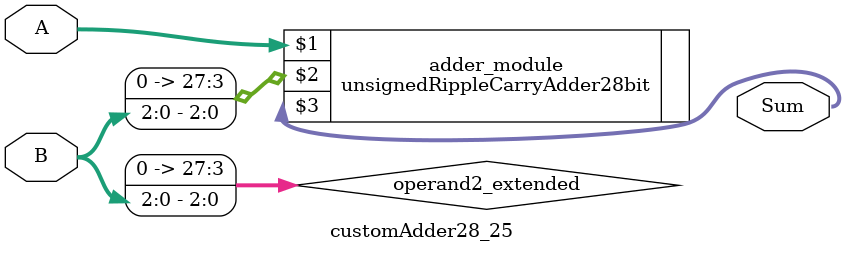
<source format=v>

module customAdder28_25(
                    input [27 : 0] A,
                    input [2 : 0] B,
                    
                    output [28 : 0] Sum
            );

    wire [27 : 0] operand2_extended;
    
    assign operand2_extended =  {25'b0, B};
    
    unsignedRippleCarryAdder28bit adder_module(
        A,
        operand2_extended,
        Sum
    );
    
endmodule
        
</source>
